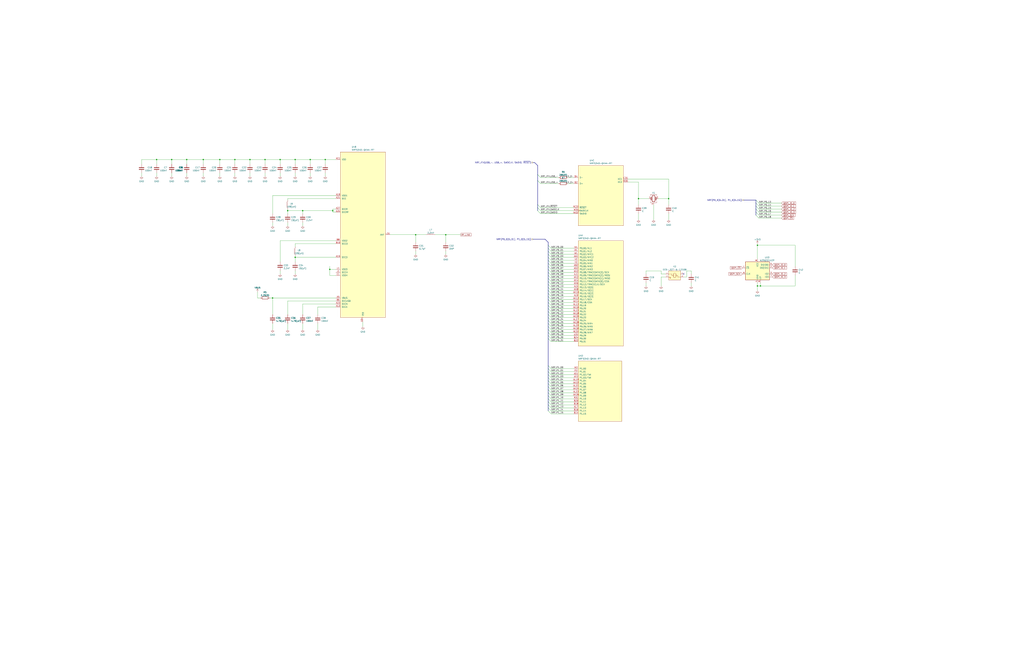
<source format=kicad_sch>
(kicad_sch (version 20230121) (generator eeschema)
  (paper "User" 863.6 558.8)
  (junction (at 261.62 134.62))
  (junction (at 538.48 167.64))
  (junction (at 563.88 167.64))
  (junction (at 641.35 241.3))
  (junction (at 248.92 217.17))
  (junction (at 638.81 241.3))
  (junction (at 280.67 177.8))
  (junction (at 350.52 198.12))
  (junction (at 210.82 134.62))
  (junction (at 248.92 134.62))
  (junction (at 638.81 207.01))
  (junction (at 144.78 134.62))
  (junction (at 198.12 134.62))
  (junction (at 157.48 134.62))
  (junction (at 185.42 134.62))
  (junction (at 274.32 134.62))
  (junction (at 236.22 134.62))
  (junction (at 255.27 177.8))
  (junction (at 223.52 134.62))
  (junction (at 278.13 227.33))
  (junction (at 229.87 251.46))
  (junction (at 242.57 177.8))
  (junction (at 375.92 198.12))
  (junction (at 171.45 134.62))
  (junction (at 132.08 134.62))
  (no_connect (at 576.58 231.14))
  (bus_entry (at 462.28 229.87) (size 2.54 2.54))
  (bus_entry (at 462.28 283.21) (size 2.54 2.54))
  (bus_entry (at 462.28 247.65) (size 2.54 2.54))
  (bus_entry (at 637.54 168.91) (size 2.54 2.54))
  (bus_entry (at 462.28 227.33) (size 2.54 2.54))
  (bus_entry (at 453.39 177.8) (size 2.54 2.54))
  (bus_entry (at 462.28 313.69) (size 2.54 2.54))
  (bus_entry (at 462.28 339.09) (size 2.54 2.54))
  (bus_entry (at 637.54 181.61) (size 2.54 2.54))
  (bus_entry (at 462.28 278.13) (size 2.54 2.54))
  (bus_entry (at 462.28 245.11) (size 2.54 2.54))
  (bus_entry (at 637.54 176.53) (size 2.54 2.54))
  (bus_entry (at 453.39 172.72) (size 2.54 2.54))
  (bus_entry (at 462.28 232.41) (size 2.54 2.54))
  (bus_entry (at 462.28 267.97) (size 2.54 2.54))
  (bus_entry (at 462.28 344.17) (size 2.54 2.54))
  (bus_entry (at 462.28 311.15) (size 2.54 2.54))
  (bus_entry (at 462.28 219.71) (size 2.54 2.54))
  (bus_entry (at 462.28 209.55) (size 2.54 2.54))
  (bus_entry (at 462.28 280.67) (size 2.54 2.54))
  (bus_entry (at 462.28 257.81) (size 2.54 2.54))
  (bus_entry (at 462.28 237.49) (size 2.54 2.54))
  (bus_entry (at 462.28 346.71) (size 2.54 2.54))
  (bus_entry (at 462.28 273.05) (size 2.54 2.54))
  (bus_entry (at 462.28 240.03) (size 2.54 2.54))
  (bus_entry (at 462.28 326.39) (size 2.54 2.54))
  (bus_entry (at 462.28 275.59) (size 2.54 2.54))
  (bus_entry (at 462.28 334.01) (size 2.54 2.54))
  (bus_entry (at 462.28 234.95) (size 2.54 2.54))
  (bus_entry (at 462.28 331.47) (size 2.54 2.54))
  (bus_entry (at 453.39 175.26) (size 2.54 2.54))
  (bus_entry (at 462.28 316.23) (size 2.54 2.54))
  (bus_entry (at 462.28 250.19) (size 2.54 2.54))
  (bus_entry (at 462.28 318.77) (size 2.54 2.54))
  (bus_entry (at 462.28 285.75) (size 2.54 2.54))
  (bus_entry (at 453.39 152.4) (size 2.54 2.54))
  (bus_entry (at 462.28 207.01) (size 2.54 2.54))
  (bus_entry (at 462.28 255.27) (size 2.54 2.54))
  (bus_entry (at 637.54 179.07) (size 2.54 2.54))
  (bus_entry (at 462.28 265.43) (size 2.54 2.54))
  (bus_entry (at 462.28 336.55) (size 2.54 2.54))
  (bus_entry (at 462.28 224.79) (size 2.54 2.54))
  (bus_entry (at 462.28 222.25) (size 2.54 2.54))
  (bus_entry (at 462.28 242.57) (size 2.54 2.54))
  (bus_entry (at 462.28 321.31) (size 2.54 2.54))
  (bus_entry (at 462.28 260.35) (size 2.54 2.54))
  (bus_entry (at 462.28 341.63) (size 2.54 2.54))
  (bus_entry (at 462.28 252.73) (size 2.54 2.54))
  (bus_entry (at 637.54 171.45) (size 2.54 2.54))
  (bus_entry (at 637.54 173.99) (size 2.54 2.54))
  (bus_entry (at 462.28 217.17) (size 2.54 2.54))
  (bus_entry (at 462.28 323.85) (size 2.54 2.54))
  (bus_entry (at 462.28 308.61) (size 2.54 2.54))
  (bus_entry (at 462.28 212.09) (size 2.54 2.54))
  (bus_entry (at 462.28 328.93) (size 2.54 2.54))
  (bus_entry (at 453.39 147.32) (size 2.54 2.54))
  (bus_entry (at 462.28 214.63) (size 2.54 2.54))
  (bus_entry (at 462.28 270.51) (size 2.54 2.54))
  (bus_entry (at 462.28 262.89) (size 2.54 2.54))
  (wire (pts (xy 640.08 176.53) (xy 659.13 176.53)))
  (wire (pts (xy 579.12 228.6) (xy 582.93 228.6)))
  (wire (pts (xy 641.35 241.3) (xy 638.81 241.3)))
  (wire (pts (xy 119.38 134.62) (xy 132.08 134.62)))
  (wire (pts (xy 464.82 209.55) (xy 483.87 209.55)))
  (wire (pts (xy 638.81 241.3) (xy 638.81 245.11)))
  (wire (pts (xy 248.92 134.62) (xy 236.22 134.62)))
  (bus (pts (xy 462.28 278.13) (xy 462.28 280.67)))
  (wire (pts (xy 464.82 222.25) (xy 483.87 222.25)))
  (wire (pts (xy 638.81 207.01) (xy 670.56 207.01)))
  (wire (pts (xy 278.13 224.79) (xy 278.13 227.33)))
  (wire (pts (xy 248.92 148.59) (xy 248.92 146.05)))
  (bus (pts (xy 462.28 250.19) (xy 462.28 252.73)))
  (wire (pts (xy 464.82 328.93) (xy 483.87 328.93)))
  (wire (pts (xy 464.82 288.29) (xy 483.87 288.29)))
  (wire (pts (xy 171.45 134.62) (xy 171.45 138.43)))
  (wire (pts (xy 557.53 231.14) (xy 557.53 228.6)))
  (bus (pts (xy 462.28 252.73) (xy 462.28 255.27)))
  (bus (pts (xy 453.39 175.26) (xy 453.39 177.8)))
  (wire (pts (xy 464.82 334.01) (xy 483.87 334.01)))
  (wire (pts (xy 248.92 217.17) (xy 283.21 217.17)))
  (wire (pts (xy 471.17 149.86) (xy 455.93 149.86)))
  (bus (pts (xy 462.28 326.39) (xy 462.28 328.93)))
  (wire (pts (xy 255.27 256.54) (xy 255.27 265.43)))
  (wire (pts (xy 242.57 167.64) (xy 283.21 167.64)))
  (wire (pts (xy 217.17 246.38) (xy 217.17 251.46)))
  (wire (pts (xy 229.87 180.34) (xy 229.87 165.1)))
  (wire (pts (xy 557.53 228.6) (xy 544.83 228.6)))
  (bus (pts (xy 462.28 339.09) (xy 462.28 341.63)))
  (wire (pts (xy 455.93 175.26) (xy 483.87 175.26)))
  (wire (pts (xy 236.22 148.59) (xy 236.22 146.05)))
  (wire (pts (xy 579.12 233.68) (xy 579.12 228.6)))
  (wire (pts (xy 464.82 323.85) (xy 483.87 323.85)))
  (wire (pts (xy 283.21 134.62) (xy 274.32 134.62)))
  (bus (pts (xy 462.28 318.77) (xy 462.28 321.31)))
  (wire (pts (xy 274.32 148.59) (xy 274.32 146.05)))
  (wire (pts (xy 350.52 198.12) (xy 350.52 204.47)))
  (wire (pts (xy 236.22 203.2) (xy 283.21 203.2)))
  (bus (pts (xy 462.28 267.97) (xy 462.28 270.51)))
  (wire (pts (xy 223.52 134.62) (xy 223.52 138.43)))
  (bus (pts (xy 462.28 242.57) (xy 462.28 245.11)))
  (bus (pts (xy 462.28 212.09) (xy 462.28 214.63)))
  (wire (pts (xy 464.82 229.87) (xy 483.87 229.87)))
  (wire (pts (xy 464.82 316.23) (xy 483.87 316.23)))
  (wire (pts (xy 464.82 278.13) (xy 483.87 278.13)))
  (wire (pts (xy 464.82 212.09) (xy 483.87 212.09)))
  (wire (pts (xy 283.21 251.46) (xy 229.87 251.46)))
  (wire (pts (xy 670.56 241.3) (xy 670.56 232.41)))
  (wire (pts (xy 267.97 265.43) (xy 267.97 259.08)))
  (wire (pts (xy 538.48 153.67) (xy 529.59 153.67)))
  (wire (pts (xy 283.21 205.74) (xy 248.92 205.74)))
  (wire (pts (xy 641.35 241.3) (xy 670.56 241.3)))
  (bus (pts (xy 637.54 179.07) (xy 637.54 181.61)))
  (bus (pts (xy 462.28 285.75) (xy 462.28 308.61)))
  (wire (pts (xy 157.48 148.59) (xy 157.48 146.05)))
  (wire (pts (xy 464.82 245.11) (xy 483.87 245.11)))
  (wire (pts (xy 229.87 187.96) (xy 229.87 190.5)))
  (wire (pts (xy 464.82 234.95) (xy 483.87 234.95)))
  (bus (pts (xy 462.28 273.05) (xy 462.28 275.59)))
  (wire (pts (xy 132.08 134.62) (xy 144.78 134.62)))
  (bus (pts (xy 462.28 234.95) (xy 462.28 237.49)))
  (bus (pts (xy 462.28 334.01) (xy 462.28 336.55)))
  (wire (pts (xy 464.82 280.67) (xy 483.87 280.67)))
  (bus (pts (xy 462.28 313.69) (xy 462.28 316.23)))
  (bus (pts (xy 462.28 207.01) (xy 462.28 209.55)))
  (wire (pts (xy 464.82 270.51) (xy 483.87 270.51)))
  (wire (pts (xy 464.82 227.33) (xy 483.87 227.33)))
  (wire (pts (xy 561.34 231.14) (xy 557.53 231.14)))
  (wire (pts (xy 464.82 237.49) (xy 483.87 237.49)))
  (bus (pts (xy 462.28 316.23) (xy 462.28 318.77)))
  (wire (pts (xy 638.81 238.76) (xy 638.81 241.3)))
  (wire (pts (xy 640.08 184.15) (xy 659.13 184.15)))
  (wire (pts (xy 210.82 134.62) (xy 210.82 138.43)))
  (wire (pts (xy 242.57 180.34) (xy 242.57 177.8)))
  (wire (pts (xy 464.82 240.03) (xy 483.87 240.03)))
  (wire (pts (xy 464.82 336.55) (xy 483.87 336.55)))
  (wire (pts (xy 464.82 283.21) (xy 483.87 283.21)))
  (wire (pts (xy 283.21 232.41) (xy 278.13 232.41)))
  (wire (pts (xy 223.52 134.62) (xy 210.82 134.62)))
  (bus (pts (xy 637.54 168.91) (xy 637.54 171.45)))
  (bus (pts (xy 462.28 275.59) (xy 462.28 278.13)))
  (wire (pts (xy 478.79 149.86) (xy 483.87 149.86)))
  (wire (pts (xy 132.08 134.62) (xy 132.08 138.43)))
  (bus (pts (xy 453.39 172.72) (xy 453.39 175.26)))
  (wire (pts (xy 261.62 134.62) (xy 248.92 134.62)))
  (wire (pts (xy 261.62 148.59) (xy 261.62 146.05)))
  (wire (pts (xy 157.48 134.62) (xy 171.45 134.62)))
  (bus (pts (xy 462.28 229.87) (xy 462.28 232.41)))
  (wire (pts (xy 283.21 254) (xy 242.57 254)))
  (bus (pts (xy 462.28 311.15) (xy 462.28 313.69)))
  (bus (pts (xy 462.28 328.93) (xy 462.28 331.47)))
  (wire (pts (xy 274.32 134.62) (xy 274.32 138.43)))
  (wire (pts (xy 229.87 273.05) (xy 229.87 278.13)))
  (wire (pts (xy 464.82 217.17) (xy 483.87 217.17)))
  (wire (pts (xy 464.82 265.43) (xy 483.87 265.43)))
  (bus (pts (xy 462.28 232.41) (xy 462.28 234.95)))
  (bus (pts (xy 462.28 237.49) (xy 462.28 240.03)))
  (wire (pts (xy 185.42 134.62) (xy 185.42 138.43)))
  (wire (pts (xy 464.82 321.31) (xy 483.87 321.31)))
  (wire (pts (xy 544.83 228.6) (xy 544.83 231.14)))
  (bus (pts (xy 462.28 308.61) (xy 462.28 311.15)))
  (wire (pts (xy 283.21 179.07) (xy 280.67 179.07)))
  (wire (pts (xy 464.82 339.09) (xy 483.87 339.09)))
  (wire (pts (xy 248.92 231.14) (xy 248.92 228.6)))
  (wire (pts (xy 283.21 256.54) (xy 255.27 256.54)))
  (bus (pts (xy 462.28 247.65) (xy 462.28 250.19)))
  (wire (pts (xy 464.82 242.57) (xy 483.87 242.57)))
  (bus (pts (xy 462.28 283.21) (xy 462.28 285.75)))
  (wire (pts (xy 171.45 134.62) (xy 185.42 134.62)))
  (wire (pts (xy 455.93 180.34) (xy 483.87 180.34)))
  (bus (pts (xy 462.28 265.43) (xy 462.28 267.97)))
  (wire (pts (xy 274.32 134.62) (xy 261.62 134.62)))
  (wire (pts (xy 455.93 177.8) (xy 483.87 177.8)))
  (wire (pts (xy 280.67 177.8) (xy 280.67 176.53)))
  (wire (pts (xy 670.56 207.01) (xy 670.56 224.79)))
  (wire (pts (xy 267.97 259.08) (xy 283.21 259.08)))
  (wire (pts (xy 261.62 134.62) (xy 261.62 138.43)))
  (wire (pts (xy 464.82 232.41) (xy 483.87 232.41)))
  (wire (pts (xy 638.81 207.01) (xy 638.81 218.44)))
  (bus (pts (xy 462.28 280.67) (xy 462.28 283.21)))
  (wire (pts (xy 464.82 260.35) (xy 483.87 260.35)))
  (wire (pts (xy 144.78 148.59) (xy 144.78 146.05)))
  (bus (pts (xy 462.28 323.85) (xy 462.28 326.39)))
  (wire (pts (xy 306.07 271.78) (xy 306.07 275.59)))
  (bus (pts (xy 462.28 321.31) (xy 462.28 323.85)))
  (bus (pts (xy 462.28 270.51) (xy 462.28 273.05)))
  (wire (pts (xy 464.82 318.77) (xy 483.87 318.77)))
  (wire (pts (xy 563.88 180.34) (xy 563.88 185.42)))
  (wire (pts (xy 375.92 212.09) (xy 375.92 214.63)))
  (wire (pts (xy 255.27 177.8) (xy 280.67 177.8)))
  (wire (pts (xy 198.12 134.62) (xy 185.42 134.62)))
  (wire (pts (xy 198.12 148.59) (xy 198.12 146.05)))
  (wire (pts (xy 198.12 134.62) (xy 198.12 138.43)))
  (bus (pts (xy 462.28 214.63) (xy 462.28 217.17)))
  (wire (pts (xy 464.82 311.15) (xy 483.87 311.15)))
  (wire (pts (xy 464.82 224.79) (xy 483.87 224.79)))
  (bus (pts (xy 453.39 152.4) (xy 453.39 172.72)))
  (wire (pts (xy 538.48 153.67) (xy 538.48 167.64)))
  (wire (pts (xy 242.57 177.8) (xy 255.27 177.8)))
  (wire (pts (xy 638.81 205.74) (xy 638.81 207.01)))
  (wire (pts (xy 464.82 326.39) (xy 483.87 326.39)))
  (wire (pts (xy 242.57 187.96) (xy 242.57 190.5)))
  (wire (pts (xy 582.93 238.76) (xy 582.93 241.3)))
  (wire (pts (xy 278.13 232.41) (xy 278.13 227.33)))
  (wire (pts (xy 229.87 251.46) (xy 229.87 265.43)))
  (wire (pts (xy 248.92 134.62) (xy 248.92 138.43)))
  (wire (pts (xy 248.92 205.74) (xy 248.92 208.28)))
  (wire (pts (xy 640.08 179.07) (xy 659.13 179.07)))
  (wire (pts (xy 551.18 172.72) (xy 551.18 185.42)))
  (wire (pts (xy 217.17 251.46) (xy 219.71 251.46)))
  (wire (pts (xy 464.82 219.71) (xy 483.87 219.71)))
  (bus (pts (xy 450.85 137.16) (xy 453.39 139.7)))
  (wire (pts (xy 640.08 171.45) (xy 659.13 171.45)))
  (wire (pts (xy 248.92 220.98) (xy 248.92 217.17)))
  (wire (pts (xy 229.87 165.1) (xy 283.21 165.1)))
  (wire (pts (xy 236.22 134.62) (xy 223.52 134.62)))
  (wire (pts (xy 464.82 214.63) (xy 483.87 214.63)))
  (wire (pts (xy 538.48 167.64) (xy 538.48 172.72)))
  (bus (pts (xy 462.28 344.17) (xy 462.28 346.71)))
  (wire (pts (xy 367.03 198.12) (xy 375.92 198.12)))
  (wire (pts (xy 464.82 255.27) (xy 483.87 255.27)))
  (wire (pts (xy 557.53 233.68) (xy 561.34 233.68)))
  (bus (pts (xy 453.39 147.32) (xy 453.39 152.4)))
  (bus (pts (xy 462.28 240.03) (xy 462.28 242.57)))
  (wire (pts (xy 255.27 177.8) (xy 255.27 180.34)))
  (wire (pts (xy 242.57 273.05) (xy 242.57 278.13)))
  (bus (pts (xy 453.39 139.7) (xy 453.39 147.32)))
  (wire (pts (xy 582.93 228.6) (xy 582.93 231.14)))
  (wire (pts (xy 242.57 254) (xy 242.57 265.43)))
  (wire (pts (xy 280.67 179.07) (xy 280.67 177.8)))
  (wire (pts (xy 242.57 176.53) (xy 242.57 177.8)))
  (wire (pts (xy 280.67 176.53) (xy 283.21 176.53)))
  (bus (pts (xy 462.28 219.71) (xy 462.28 222.25)))
  (wire (pts (xy 464.82 252.73) (xy 483.87 252.73)))
  (wire (pts (xy 464.82 275.59) (xy 483.87 275.59)))
  (bus (pts (xy 462.28 336.55) (xy 462.28 339.09)))
  (wire (pts (xy 210.82 148.59) (xy 210.82 146.05)))
  (wire (pts (xy 464.82 250.19) (xy 483.87 250.19)))
  (wire (pts (xy 248.92 215.9) (xy 248.92 217.17)))
  (wire (pts (xy 554.99 167.64) (xy 563.88 167.64)))
  (wire (pts (xy 464.82 285.75) (xy 483.87 285.75)))
  (wire (pts (xy 464.82 346.71) (xy 483.87 346.71)))
  (wire (pts (xy 563.88 151.13) (xy 563.88 167.64)))
  (wire (pts (xy 464.82 344.17) (xy 483.87 344.17)))
  (bus (pts (xy 637.54 171.45) (xy 637.54 173.99)))
  (wire (pts (xy 563.88 167.64) (xy 563.88 172.72)))
  (wire (pts (xy 529.59 151.13) (xy 563.88 151.13)))
  (bus (pts (xy 462.28 341.63) (xy 462.28 344.17)))
  (wire (pts (xy 640.08 181.61) (xy 659.13 181.61)))
  (wire (pts (xy 171.45 148.59) (xy 171.45 146.05)))
  (bus (pts (xy 462.28 217.17) (xy 462.28 219.71)))
  (bus (pts (xy 462.28 331.47) (xy 462.28 334.01)))
  (wire (pts (xy 242.57 167.64) (xy 242.57 168.91)))
  (wire (pts (xy 576.58 233.68) (xy 579.12 233.68)))
  (wire (pts (xy 544.83 238.76) (xy 544.83 241.3)))
  (wire (pts (xy 227.33 251.46) (xy 229.87 251.46)))
  (wire (pts (xy 119.38 134.62) (xy 119.38 138.43)))
  (bus (pts (xy 462.28 257.81) (xy 462.28 260.35)))
  (wire (pts (xy 157.48 134.62) (xy 157.48 138.43)))
  (wire (pts (xy 375.92 198.12) (xy 388.62 198.12)))
  (bus (pts (xy 449.58 137.16) (xy 450.85 137.16)))
  (wire (pts (xy 267.97 273.05) (xy 267.97 278.13)))
  (wire (pts (xy 350.52 212.09) (xy 350.52 214.63)))
  (wire (pts (xy 236.22 203.2) (xy 236.22 220.98)))
  (wire (pts (xy 359.41 198.12) (xy 350.52 198.12)))
  (wire (pts (xy 464.82 247.65) (xy 483.87 247.65)))
  (wire (pts (xy 464.82 349.25) (xy 483.87 349.25)))
  (wire (pts (xy 255.27 187.96) (xy 255.27 190.5)))
  (wire (pts (xy 538.48 180.34) (xy 538.48 185.42)))
  (wire (pts (xy 464.82 331.47) (xy 483.87 331.47)))
  (wire (pts (xy 144.78 134.62) (xy 157.48 134.62)))
  (wire (pts (xy 464.82 341.63) (xy 483.87 341.63)))
  (bus (pts (xy 462.28 260.35) (xy 462.28 262.89)))
  (bus (pts (xy 462.28 204.47) (xy 462.28 207.01)))
  (bus (pts (xy 462.28 255.27) (xy 462.28 257.81)))
  (wire (pts (xy 236.22 231.14) (xy 236.22 228.6)))
  (bus (pts (xy 637.54 176.53) (xy 637.54 179.07)))
  (wire (pts (xy 132.08 148.59) (xy 132.08 146.05)))
  (wire (pts (xy 328.93 198.12) (xy 350.52 198.12)))
  (wire (pts (xy 119.38 148.59) (xy 119.38 146.05)))
  (wire (pts (xy 640.08 173.99) (xy 659.13 173.99)))
  (bus (pts (xy 449.58 201.93) (xy 459.74 201.93)))
  (bus (pts (xy 627.38 168.91) (xy 637.54 168.91)))
  (wire (pts (xy 455.93 154.94) (xy 471.17 154.94)))
  (wire (pts (xy 464.82 267.97) (xy 483.87 267.97)))
  (wire (pts (xy 557.53 241.3) (xy 557.53 233.68)))
  (wire (pts (xy 223.52 148.59) (xy 223.52 146.05)))
  (bus (pts (xy 462.28 227.33) (xy 462.28 229.87)))
  (wire (pts (xy 538.48 167.64) (xy 547.37 167.64)))
  (wire (pts (xy 236.22 134.62) (xy 236.22 138.43)))
  (wire (pts (xy 278.13 227.33) (xy 283.21 227.33)))
  (bus (pts (xy 459.74 201.93) (xy 462.28 204.47)))
  (wire (pts (xy 464.82 313.69) (xy 483.87 313.69)))
  (wire (pts (xy 255.27 273.05) (xy 255.27 278.13)))
  (wire (pts (xy 464.82 257.81) (xy 483.87 257.81)))
  (wire (pts (xy 210.82 134.62) (xy 198.12 134.62)))
  (wire (pts (xy 144.78 134.62) (xy 144.78 138.43)))
  (bus (pts (xy 637.54 173.99) (xy 637.54 176.53)))
  (bus (pts (xy 462.28 262.89) (xy 462.28 265.43)))
  (wire (pts (xy 375.92 198.12) (xy 375.92 204.47)))
  (bus (pts (xy 462.28 209.55) (xy 462.28 212.09)))
  (bus (pts (xy 462.28 224.79) (xy 462.28 227.33)))
  (wire (pts (xy 478.79 154.94) (xy 483.87 154.94)))
  (bus (pts (xy 462.28 222.25) (xy 462.28 224.79)))
  (wire (pts (xy 464.82 262.89) (xy 483.87 262.89)))
  (wire (pts (xy 185.42 148.59) (xy 185.42 146.05)))
  (wire (pts (xy 464.82 273.05) (xy 483.87 273.05)))
  (bus (pts (xy 462.28 245.11) (xy 462.28 247.65)))
  (wire (pts (xy 641.35 238.76) (xy 641.35 241.3)))
  (label "nrf_D-" (at 483.87 149.86 180))
  (label "NRF.P0_25" (at 464.82 273.05 0))
  (label "NRF.P1_04" (at 464.82 321.31 0))
  (label "NRF.P0_09" (at 464.82 232.41 0))
  (label "NRF.P0_02" (at 464.82 214.63 0))
  (label "NRF.P0_07" (at 464.82 227.33 0))
  (label "NRF.P0_18" (at 640.08 184.15 0))
  (label "NRF.P1_09" (at 464.82 334.01 0))
  (label "NRF.P0_31" (at 464.82 288.29 0))
  (label "NRF.P1_07" (at 464.82 328.93 0))
  (label "NRF.P0_26" (at 464.82 275.59 0))
  (label "NRF.P1_12" (at 464.82 341.63 0))
  (label "NRF.P0_14" (at 464.82 245.11 0))
  (label "NRF.P0_28" (at 464.82 280.67 0))
  (label "NRF.P0_24" (at 464.82 270.51 0))
  (label "NRF.P0_16" (at 464.82 250.19 0))
  (label "NRF.P1_00" (at 464.82 311.15 0))
  (label "NRF.P0_22" (at 464.82 265.43 0))
  (label "NRF.P0_17" (at 640.08 181.61 0))
  (label "NRF.P0_23" (at 464.82 267.97 0))
  (label "NRF.P0_04" (at 464.82 219.71 0))
  (label "NRF.P0_19" (at 464.82 257.81 0))
  (label "NRF.P0_03" (at 464.82 217.17 0))
  (label "NRF.P1_14" (at 464.82 346.71 0))
  (label "NRF.P1_05" (at 464.82 323.85 0))
  (label "NRF.P0_15" (at 464.82 247.65 0))
  (label "NRF.P1_13" (at 464.82 344.17 0))
  (label "NRF.P1_11" (at 464.82 339.09 0))
  (label "NRF_IFX.SWDCLK" (at 455.93 177.8 0))
  (label "NRF.P1_02" (at 464.82 316.23 0))
  (label "NRF.P0_20" (at 464.82 260.35 0))
  (label "NRF.P0_18" (at 464.82 255.27 0))
  (label "NRF.P0_05" (at 464.82 222.25 0))
  (label "NRF.P0_13" (at 640.08 171.45 0))
  (label "NRF.P0_01" (at 464.82 212.09 0))
  (label "NRF_IFX.USB_+" (at 455.93 154.94 0))
  (label "NRF.P1_03" (at 464.82 318.77 0))
  (label "NRF_IFX.SWDIO" (at 455.93 180.34 0))
  (label "NRF.P0_27" (at 464.82 278.13 0))
  (label "NRF.P1_08" (at 464.82 331.47 0))
  (label "NRF.P0_00" (at 464.82 209.55 0))
  (label "NRF.P1_15" (at 464.82 349.25 0))
  (label "NRF.P0_11" (at 464.82 237.49 0))
  (label "NRF.P0_21" (at 464.82 262.89 0))
  (label "nrf_D+" (at 483.87 154.94 180))
  (label "NRF.P1_01" (at 464.82 313.69 0))
  (label "NRF_IFX.USB_-" (at 455.93 149.86 0))
  (label "NRF.P0_08" (at 464.82 229.87 0))
  (label "NRF.P0_30" (at 464.82 285.75 0))
  (label "NRF.P0_15" (at 640.08 176.53 0))
  (label "NRF.P0_29" (at 464.82 283.21 0))
  (label "NRF.P0_16" (at 640.08 179.07 0))
  (label "NRF.P0_14" (at 640.08 173.99 0))
  (label "NRF.P1_10" (at 464.82 336.55 0))
  (label "NRF.P0_13" (at 464.82 242.57 0))
  (label "NRF.P0_12" (at 464.82 240.03 0))
  (label "NRF.P0_17" (at 464.82 252.73 0))
  (label "NRF.P0_06" (at 464.82 224.79 0))
  (label "NRF.P1_06" (at 464.82 326.39 0))
  (label "NRF_IFX.~{RESET}" (at 455.93 175.26 0))
  (label "NRF.P0_10" (at 464.82 234.95 0))
  (global_label "QSPI_IO_2" (shape input) (at 651.51 231.14 0) (property "Intersheetrefs" "${INTERSHEET_REFS}" (effects hide)))
  (global_label "QSPI_~{CS}" (shape input) (at 626.11 226.06 180) (property "Intersheetrefs" "${INTERSHEET_REFS}" (effects hide)))
  (global_label "QSPI_~{CS}" (shape input) (at 659.13 184.15 0) (property "Intersheetrefs" "${INTERSHEET_REFS}" (effects hide)))
  (global_label "QSPI_SCK" (shape input) (at 626.11 231.14 180) (property "Intersheetrefs" "${INTERSHEET_REFS}" (effects hide)))
  (global_label "RF_LINE" (shape passive) (at 388.62 198.12 0) (property "Intersheetrefs" "${INTERSHEET_REFS}" (effects hide)))
  (global_label "QSPI_IO_0" (shape input) (at 651.51 223.52 0) (property "Intersheetrefs" "${INTERSHEET_REFS}" (effects hide)))
  (global_label "QSPI_IO_1" (shape input) (at 651.51 226.06 0) (property "Intersheetrefs" "${INTERSHEET_REFS}" (effects hide)))
  (global_label "QSPI_IO_0" (shape input) (at 659.13 171.45 0) (property "Intersheetrefs" "${INTERSHEET_REFS}" (effects hide)))
  (global_label "QSPI_IO_3" (shape input) (at 659.13 179.07 0) (property "Intersheetrefs" "${INTERSHEET_REFS}" (effects hide)))
  (global_label "QSPI_SCK" (shape input) (at 659.13 181.61 0) (property "Intersheetrefs" "${INTERSHEET_REFS}" (effects hide)))
  (global_label "QSPI_IO_2" (shape input) (at 659.13 176.53 0) (property "Intersheetrefs" "${INTERSHEET_REFS}" (effects hide)))
  (global_label "QSPI_IO_3" (shape input) (at 651.51 233.68 0) (property "Intersheetrefs" "${INTERSHEET_REFS}" (effects hide)))
  (global_label "QSPI_IO_1" (shape input) (at 659.13 173.99 0) (property "Intersheetrefs" "${INTERSHEET_REFS}" (effects hide)))
  (hierarchical_label "NRF{P0_0[0..31], P1_0[0..15]}" (shape bidirectional) (at 627.38 168.91 180))
  (hierarchical_label "NRF_IFX{USB_-, USB_+, SWDCLK, SWDIO, ~{RESET}}" (shape bidirectional) (at 449.58 137.16 180))
  (hierarchical_label "NRF{P0_0[0..31], P1_0[0..15]}" (shape bidirectional) (at 449.58 201.93 180))
  (symbol (lib_id "Device:C") (at 171.45 142.24 0) (mirror y) (unit 1)
    (property "Reference" "C17" (at 168.529 141.4053 0) (effects (justify left)))
    (property "Value" "100nF" (at 168.529 143.9422 0) (effects (justify left)))
    (property "Footprint" "Capacitor_SMD:C_0201_0603Metric" (effects hide))
  )
  (symbol (lib_id "4ms_Power-symbol:GND") (at 229.87 190.5 0) (unit 1)
    (property "Reference" "#PWR0139" (effects hide))
    (property "Value" "GND" (at 229.87 194.9434 0))
  )
  (symbol (lib_id "Device:R") (at 223.52 251.46 90) (unit 1)
    (property "Reference" "R5" (at 223.52 246.7442 90))
    (property "Value" "2.2${R}" (at 223.52 249.2811 90))
    (property "Footprint" "Resistor_SMD:R_0402_1005Metric" (effects hide))
  )
  (symbol (lib_name "NRF5340-QKAA-R7_1") (lib_id "1.Embedded.Specialized:NRF5340-QKAA-R7") (at 487.68 304.8 0) (unit 4)
    (property "Reference" "U4" (at 487.68 300.99 0) (effects (justify left bottom)))
    (property "Value" "NRF5340-QKAA-R7" (at 487.68 303.5269 0) (effects (justify left bottom)))
    (property "Footprint" "0:NRF5340-QKAA-R7" (effects hide))
    (property "Datasheet" "https://infocenter.nordicsemi.com/pdf/nRF5340_PS_v1.2.pdf" (effects hide))
  )
  (symbol (lib_id "4ms_Power-symbol:GND") (at 551.18 185.42 0) (unit 1)
    (property "Reference" "#PWR0128" (effects hide))
    (property "Value" "GND" (at 551.18 189.8634 0))
  )
  (symbol (lib_id "Device:L") (at 242.57 172.72 180) (unit 1)
    (property "Reference" "L6" (at 245.8244 171.8853 0))
    (property "Value" "10${uh}" (at 245.8244 174.4222 0))
    (property "Footprint" "Inductor_SMD:L_0603_1608Metric" (effects hide))
  )
  (symbol (lib_id "4ms_Power-symbol:GND") (at 132.08 148.59 0) (mirror y) (unit 1)
    (property "Reference" "#PWR0193" (effects hide))
    (property "Value" "GND" (at 132.08 153.0334 0))
  )
  (symbol (lib_id "4ms_Power-symbol:GND") (at 261.62 148.59 0) (mirror y) (unit 1)
    (property "Reference" "#PWR0140" (effects hide))
    (property "Value" "GND" (at 261.62 153.0334 0))
  )
  (symbol (lib_id "Device:C") (at 538.48 176.53 0) (unit 1)
    (property "Reference" "C39" (at 541.401 175.6953 0) (effects (justify left)))
    (property "Value" "C" (at 541.401 178.2322 0) (effects (justify left)))
    (property "Footprint" "Capacitor_SMD:C_0201_0603Metric" (effects hide))
  )
  (symbol (lib_id "Device:C") (at 223.52 142.24 0) (mirror y) (unit 1)
    (property "Reference" "C23" (at 220.599 141.4053 0) (effects (justify left)))
    (property "Value" "100nF" (at 220.599 143.9422 0) (effects (justify left)))
    (property "Footprint" "Capacitor_SMD:C_0201_0603Metric" (effects hide))
  )
  (symbol (lib_name "NRF5340-QKAA-R7_3") (lib_id "1.Embedded.Specialized:NRF5340-QKAA-R7") (at 487.68 139.7 0) (unit 3)
    (property "Reference" "U4" (at 497.1861 136.1272 0) (effects (justify left bottom)))
    (property "Value" "NRF5340-QKAA-R7" (at 497.1861 138.6641 0) (effects (justify left bottom)))
    (property "Footprint" "0:NRF5340-QKAA-R7" (effects hide))
    (property "Datasheet" "https://infocenter.nordicsemi.com/pdf/nRF5340_PS_v1.2.pdf" (effects hide))
  )
  (symbol (lib_id "Device:C") (at 242.57 184.15 0) (unit 1)
    (property "Reference" "C29" (at 245.491 183.3153 0) (effects (justify left)))
    (property "Value" "1${uF}" (at 245.491 185.8522 0) (effects (justify left)))
    (property "Footprint" "Capacitor_SMD:C_0402_1005Metric" (effects hide))
  )
  (symbol (lib_id "1.Logic.Oscillators_Resonators:32MHz-ECS-320-8-37B2-7KM-TR") (at 551.18 167.64 0) (unit 1)
    (property "Reference" "Y1" (at 549.9516 162.7942 0) (effects (justify left)))
    (property "Value" "32MHz-ECS-320-8-37B2-7KM-TR" (effects hide))
    (property "Footprint" "1.Logic.Oscillators_Resonators:32MHz-ECS-320-8-37B2-7KM-TR" (effects hide))
    (property "Datasheet" "https://ecsxtal.com/store/pdf/ECX-1637B2.pdf" (effects hide))
  )
  (symbol (lib_id "Device:C") (at 375.92 208.28 0) (unit 1)
    (property "Reference" "C32" (at 378.841 207.4453 0) (effects (justify left)))
    (property "Value" "DNP" (at 378.841 209.9822 0) (effects (justify left)))
    (property "Footprint" "Capacitor_SMD:C_0201_0603Metric" (effects hide))
  )
  (symbol (lib_id "4ms_Power-symbol:GND") (at 563.88 185.42 0) (unit 1)
    (property "Reference" "#PWR0126" (effects hide))
    (property "Value" "GND" (at 563.88 189.8634 0))
  )
  (symbol (lib_id "Device:C") (at 261.62 142.24 0) (mirror y) (unit 1)
    (property "Reference" "C26" (at 258.699 141.4053 0) (effects (justify left)))
    (property "Value" "100nF" (at 258.699 143.9422 0) (effects (justify left)))
    (property "Footprint" "Capacitor_SMD:C_0201_0603Metric" (effects hide))
  )
  (symbol (lib_id "4ms_Power-symbol:GND") (at 306.07 275.59 0) (unit 1)
    (property "Reference" "#PWR0132" (effects hide))
    (property "Value" "GND" (at 306.07 280.0334 0))
  )
  (symbol (lib_id "Device:C") (at 229.87 269.24 0) (unit 1)
    (property "Reference" "C35" (at 232.791 268.4053 0) (effects (justify left)))
    (property "Value" "4.7${uF}" (at 232.791 270.9422 0) (effects (justify left)))
    (property "Footprint" "Capacitor_SMD:C_0402_1005Metric" (effects hide))
  )
  (symbol (lib_id "4ms_Power-symbol:GND") (at 248.92 148.59 0) (mirror y) (unit 1)
    (property "Reference" "#PWR0150" (effects hide))
    (property "Value" "GND" (at 248.92 153.0334 0))
  )
  (symbol (lib_id "4ms_Power-symbol:GND") (at 185.42 148.59 0) (mirror y) (unit 1)
    (property "Reference" "#PWR0130" (effects hide))
    (property "Value" "GND" (at 185.42 153.0334 0))
  )
  (symbol (lib_id "4ms_Power-symbol:GND") (at 538.48 185.42 0) (unit 1)
    (property "Reference" "#PWR0127" (effects hide))
    (property "Value" "GND" (at 538.48 189.8634 0))
  )
  (symbol (lib_id "Device:C") (at 563.88 176.53 0) (unit 1)
    (property "Reference" "C40" (at 566.801 175.6953 0) (effects (justify left)))
    (property "Value" "C" (at 566.801 178.2322 0) (effects (justify left)))
    (property "Footprint" "Capacitor_SMD:C_0201_0603Metric" (effects hide))
  )
  (symbol (lib_id "Device:C") (at 119.38 142.24 0) (mirror y) (unit 1)
    (property "Reference" "C18" (at 128.326 141.4053 0) (effects (justify left)))
    (property "Value" "100nF" (at 128.326 143.9422 0) (effects (justify left)))
    (property "Footprint" "Capacitor_SMD:C_0201_0603Metric" (effects hide))
  )
  (symbol (lib_id "4ms_Power-symbol:GND") (at 223.52 148.59 0) (mirror y) (unit 1)
    (property "Reference" "#PWR0146" (effects hide))
    (property "Value" "GND" (at 223.52 153.0334 0))
  )
  (symbol (lib_id "4ms_Power-symbol:GND") (at 198.12 148.59 0) (mirror y) (unit 1)
    (property "Reference" "#PWR0131" (effects hide))
    (property "Value" "GND" (at 198.12 153.0334 0))
  )
  (symbol (lib_id "4ms_Power-symbol:GND") (at 236.22 231.14 0) (unit 1)
    (property "Reference" "#PWR0144" (effects hide))
    (property "Value" "GND" (at 236.22 235.5834 0))
  )
  (symbol (lib_id "4ms_Power-symbol:GND") (at 242.57 278.13 0) (unit 1)
    (property "Reference" "#PWR0142" (effects hide))
    (property "Value" "GND" (at 242.57 282.5734 0))
  )
  (symbol (lib_id "Device:C") (at 157.48 142.24 0) (mirror y) (unit 1)
    (property "Reference" "C16" (at 154.559 141.4053 0) (effects (justify left)))
    (property "Value" "100nF" (at 154.559 143.9422 0) (effects (justify left)))
    (property "Footprint" "Capacitor_SMD:C_0201_0603Metric" (effects hide))
  )
  (symbol (lib_id "4ms_Power-symbol:GND") (at 255.27 278.13 0) (unit 1)
    (property "Reference" "#PWR0145" (effects hide))
    (property "Value" "GND" (at 255.27 282.5734 0))
  )
  (symbol (lib_id "Device:C") (at 255.27 184.15 0) (unit 1)
    (property "Reference" "C30" (at 258.191 183.3153 0) (effects (justify left)))
    (property "Value" "2.2nF" (at 258.191 185.8522 0) (effects (justify left)))
    (property "Footprint" "Capacitor_SMD:C_0201_0603Metric" (effects hide))
  )
  (symbol (lib_id "4ms_Power-symbol:GND") (at 582.93 241.3 0) (unit 1)
    (property "Reference" "#PWR0195" (effects hide))
    (property "Value" "GND" (at 582.93 245.7434 0))
  )
  (symbol (lib_id "power:VBUS") (at 217.17 246.38 0) (unit 1)
    (property "Reference" "#PWR0137" (effects hide))
    (property "Value" "VBUS" (at 217.17 242.8042 0))
  )
  (symbol (lib_id "0.Project:ECS-.327-6-1210B") (at 563.88 231.14 0) (unit 1)
    (property "Reference" "Y2" (at 568.96 225.0272 0))
    (property "Value" "ECS-.327-6-1210B" (at 568.96 227.5641 0))
    (property "Footprint" "0:ECS-327-6-1210B-N-TR" (effects hide))
    (property "Datasheet" "https://ecsxtal.com/store/pdf/ECX-1210B.pdf" (effects hide))
  )
  (symbol (lib_id "Device:C") (at 229.87 184.15 0) (unit 1)
    (property "Reference" "C28" (at 232.791 183.3153 0) (effects (justify left)))
    (property "Value" "1${uF}" (at 232.791 185.8522 0) (effects (justify left)))
    (property "Footprint" "Capacitor_SMD:C_0402_1005Metric" (effects hide))
  )
  (symbol (lib_id "4ms_Power-symbol:GND") (at 375.92 214.63 0) (unit 1)
    (property "Reference" "#PWR0133" (effects hide))
    (property "Value" "GND" (at 375.92 219.0734 0))
  )
  (symbol (lib_id "4ms_Power-symbol:GND") (at 210.82 148.59 0) (mirror y) (unit 1)
    (property "Reference" "#PWR0129" (effects hide))
    (property "Value" "GND" (at 210.82 153.0334 0))
  )
  (symbol (lib_id "Device:C") (at 185.42 142.24 0) (mirror y) (unit 1)
    (property "Reference" "C20" (at 182.499 141.4053 0) (effects (justify left)))
    (property "Value" "100nF" (at 182.499 143.9422 0) (effects (justify left)))
    (property "Footprint" "Capacitor_SMD:C_0201_0603Metric" (effects hide))
  )
  (symbol (lib_id "Device:C") (at 236.22 224.79 0) (unit 1)
    (property "Reference" "C33" (at 239.141 223.9553 0) (effects (justify left)))
    (property "Value" "2.2nF" (at 239.141 226.4922 0) (effects (justify left)))
    (property "Footprint" "Capacitor_SMD:C_0201_0603Metric" (effects hide))
  )
  (symbol (lib_id "Device:C") (at 267.97 269.24 0) (unit 1)
    (property "Reference" "C38" (at 270.891 268.4053 0) (effects (justify left)))
    (property "Value" "100nF" (at 270.891 270.9422 0) (effects (justify left)))
    (property "Footprint" "Capacitor_SMD:C_0201_0603Metric" (effects hide))
  )
  (symbol (lib_id "4ms_Power-symbol:GND") (at 274.32 148.59 0) (mirror y) (unit 1)
    (property "Reference" "#PWR0149" (effects hide))
    (property "Value" "GND" (at 274.32 153.0334 0))
  )
  (symbol (lib_id "4ms_Power-symbol:GND") (at 236.22 148.59 0) (mirror y) (unit 1)
    (property "Reference" "#PWR0148" (effects hide))
    (property "Value" "GND" (at 236.22 153.0334 0))
  )
  (symbol (lib_id "Device:L") (at 248.92 212.09 180) (unit 1)
    (property "Reference" "L8" (at 252.1744 211.2553 0))
    (property "Value" "10${uh}" (at 252.1744 213.7922 0))
    (property "Footprint" "Inductor_SMD:L_0603_1608Metric" (effects hide))
  )
  (symbol (lib_id "4ms_Power-symbol:GND") (at 557.53 241.3 0) (unit 1)
    (property "Reference" "#PWR0197" (effects hide))
    (property "Value" "GND" (at 557.53 245.7434 0))
  )
  (symbol (lib_id "Device:L") (at 363.22 198.12 90) (unit 1)
    (property "Reference" "L7" (at 363.22 193.9122 90))
    (property "Value" "2.2nH" (at 363.22 196.4491 90))
    (property "Footprint" "Inductor_SMD:L_0402_1005Metric" (effects hide))
  )
  (symbol (lib_id "Device:C") (at 350.52 208.28 0) (unit 1)
    (property "Reference" "C31" (at 353.441 207.4453 0) (effects (justify left)))
    (property "Value" "0.7pF" (at 353.441 209.9822 0) (effects (justify left)))
    (property "Footprint" "Capacitor_SMD:C_0201_0603Metric" (effects hide))
  )
  (symbol (lib_id "Device:C") (at 274.32 142.24 0) (mirror y) (unit 1)
    (property "Reference" "C27" (at 271.399 141.4053 0) (effects (justify left)))
    (property "Value" "100nF" (at 271.399 143.9422 0) (effects (justify left)))
    (property "Footprint" "Capacitor_SMD:C_0201_0603Metric" (effects hide))
  )
  (symbol (lib_id "4ms_Power-symbol:GND") (at 171.45 148.59 0) (mirror y) (unit 1)
    (property "Reference" "#PWR0172" (effects hide))
    (property "Value" "GND" (at 171.45 153.0334 0))
  )
  (symbol (lib_id "Device:C") (at 132.08 142.24 0) (mirror y) (unit 1)
    (property "Reference" "C7" (at 141.026 141.4053 0) (effects (justify left)))
    (property "Value" "100nF" (at 141.026 143.9422 0) (effects (justify left)))
    (property "Footprint" "Capacitor_SMD:C_0201_0603Metric" (effects hide))
  )
  (symbol (lib_id "4ms_Power-symbol:GND") (at 229.87 278.13 0) (unit 1)
    (property "Reference" "#PWR0141" (effects hide))
    (property "Value" "GND" (at 229.87 282.5734 0))
  )
  (symbol (lib_id "Device:R") (at 474.98 154.94 90) (unit 1)
    (property "Reference" "R7" (at 474.98 150.2242 90))
    (property "Value" "28${R}" (at 474.98 152.7611 90))
    (property "Footprint" "Resistor_SMD:R_0201_0603Metric" (effects hide))
  )
  (symbol (lib_id "Device:C") (at 670.56 228.6 0) (unit 1)
    (property "Reference" "C42" (at 673.481 227.7653 0) (effects (justify left)))
    (property "Value" "C" (at 673.481 230.3022 0) (effects (justify left)))
    (property "Footprint" "Capacitor_SMD:C_0402_1005Metric" (effects hide))
  )
  (symbol (lib_id "4ms_Power-symbol:GND") (at 350.52 214.63 0) (unit 1)
    (property "Reference" "#PWR0134" (effects hide))
    (property "Value" "GND" (at 350.52 219.0734 0))
  )
  (symbol (lib_id "4ms_Power-symbol:GND") (at 242.57 190.5 0) (unit 1)
    (property "Reference" "#PWR0136" (effects hide))
    (property "Value" "GND" (at 242.57 194.9434 0))
  )
  (symbol (lib_id "Device:C") (at 198.12 142.24 0) (mirror y) (unit 1)
    (property "Reference" "C21" (at 195.199 141.4053 0) (effects (justify left)))
    (property "Value" "100nF" (at 195.199 143.9422 0) (effects (justify left)))
    (property "Footprint" "Capacitor_SMD:C_0201_0603Metric" (effects hide))
  )
  (symbol (lib_id "4ms_Power-symbol:GND") (at 267.97 278.13 0) (unit 1)
    (property "Reference" "#PWR0143" (effects hide))
    (property "Value" "GND" (at 267.97 282.5734 0))
  )
  (symbol (lib_id "4ms_Power-symbol:GND") (at 157.48 148.59 0) (mirror y) (unit 1)
    (property "Reference" "#PWR0174" (effects hide))
    (property "Value" "GND" (at 157.48 153.0334 0))
  )
  (symbol (lib_id "Device:C") (at 144.78 142.24 0) (mirror y) (unit 1)
    (property "Reference" "C8" (at 153.726 141.4053 0) (effects (justify left)))
    (property "Value" "100nF" (at 153.726 143.9422 0) (effects (justify left)))
    (property "Footprint" "Capacitor_SMD:C_0201_0603Metric" (effects hide))
  )
  (symbol (lib_id "Device:R") (at 474.98 149.86 90) (unit 1)
    (property "Reference" "R6" (at 474.98 145.1442 90))
    (property "Value" "28${R}" (at 474.98 147.6811 90))
    (property "Footprint" "Resistor_SMD:R_0201_0603Metric" (effects hide))
  )
  (symbol (lib_id "Device:C") (at 255.27 269.24 0) (unit 1)
    (property "Reference" "C37" (at 258.191 268.4053 0) (effects (justify left)))
    (property "Value" "100nF" (at 258.191 270.9422 0) (effects (justify left)))
    (property "Footprint" "Capacitor_SMD:C_0201_0603Metric" (effects hide))
  )
  (symbol (lib_id "4ms_Power-symbol:GND") (at 544.83 241.3 0) (unit 1)
    (property "Reference" "#PWR0196" (effects hide))
    (property "Value" "GND" (at 544.83 245.7434 0))
  )
  (symbol (lib_id "Device:C") (at 544.83 234.95 0) (unit 1)
    (property "Reference" "C19" (at 547.751 234.1153 0) (effects (justify left)))
    (property "Value" "C" (at 547.751 236.6522 0) (effects (justify left)))
    (property "Footprint" "Capacitor_SMD:C_0201_0603Metric" (effects hide))
  )
  (symbol (lib_id "Device:C") (at 248.92 224.79 0) (unit 1)
    (property "Reference" "C34" (at 251.841 223.9553 0) (effects (justify left)))
    (property "Value" "1${uF}" (at 251.841 226.4922 0) (effects (justify left)))
    (property "Footprint" "Capacitor_SMD:C_0402_1005Metric" (effects hide))
  )
  (symbol (lib_id "Device:C") (at 242.57 269.24 0) (unit 1)
    (property "Reference" "C36" (at 245.491 268.4053 0) (effects (justify left)))
    (property "Value" "4.7${uF}" (at 245.491 270.9422 0) (effects (justify left)))
    (property "Footprint" "Capacitor_SMD:C_0402_1005Metric" (effects hide))
  )
  (symbol (lib_id "1.Embedded.Specialized:NRF5340-QKAA-R7") (at 287.02 128.27 0) (unit 2)
    (property "Reference" "U4" (at 296.5261 124.6972 0) (effects (justify left bottom)))
    (property "Value" "NRF5340-QKAA-R7" (at 296.5261 127.2341 0) (effects (justify left bottom)))
    (property "Footprint" "0:NRF5340-QKAA-R7" (effects hide))
    (property "Datasheet" "https://infocenter.nordicsemi.com/pdf/nRF5340_PS_v1.2.pdf" (effects hide))
  )
  (symbol (lib_id "0.Project:W25Q32JVZP") (at 638.81 228.6 0) (unit 1)
    (property "Reference" "U10" (at 646.9866 217.2802 0))
    (property "Value" "W25Q32JVZP" (at 646.9866 219.8171 0))
    (property "Footprint" "0:W25QJVZP" (effects hide))
    (property "Datasheet" "http://www.winbond.com/resource-files/w25q32jv%20revg%2003272018%20plus.pdf" (effects hide))
  )
  (symbol (lib_id "4ms_Power-symbol:GND") (at 248.92 231.14 0) (unit 1)
    (property "Reference" "#PWR0138" (effects hide))
    (property "Value" "GND" (at 248.92 235.5834 0))
  )
  (symbol (lib_name "NRF5340-QKAA-R7_2") (lib_id "1.Embedded.Specialized:NRF5340-QKAA-R7") (at 487.68 203.2 0) (unit 1)
    (property "Reference" "U4" (at 487.68 199.39 0) (effects (justify left bottom)))
    (property "Value" "NRF5340-QKAA-R7" (at 487.68 201.9269 0) (effects (justify left bottom)))
    (property "Footprint" "0:NRF5340-QKAA-R7" (effects hide))
    (property "Datasheet" "https://infocenter.nordicsemi.com/pdf/nRF5340_PS_v1.2.pdf" (effects hide))
  )
  (symbol (lib_id "Device:C") (at 236.22 142.24 0) (mirror y) (unit 1)
    (property "Reference" "C24" (at 233.299 141.4053 0) (effects (justify left)))
    (property "Value" "100nF" (at 233.299 143.9422 0) (effects (justify left)))
    (property "Footprint" "Capacitor_SMD:C_0201_0603Metric" (effects hide))
  )
  (symbol (lib_id "power:+3.3V") (at 638.81 205.74 0) (unit 1)
    (property "Reference" "#PWR0202" (effects hide))
    (property "Value" "+3.3V" (at 638.81 202.1642 0))
  )
  (symbol (lib_id "4ms_Power-symbol:GND") (at 119.38 148.59 0) (mirror y) (unit 1)
    (property "Reference" "#PWR0194" (effects hide))
    (property "Value" "GND" (at 119.38 153.0334 0))
  )
  (symbol (lib_id "4ms_Power-symbol:GND") (at 144.78 148.59 0) (mirror y) (unit 1)
    (property "Reference" "#PWR0171" (effects hide))
    (property "Value" "GND" (at 144.78 153.0334 0))
  )
  (symbol (lib_id "Device:C") (at 582.93 234.95 0) (unit 1)
    (property "Reference" "C41" (at 585.851 234.1153 0) (effects (justify left)))
    (property "Value" "C" (at 585.851 236.6522 0) (effects (justify left)))
    (property "Footprint" "Capacitor_SMD:C_0201_0603Metric" (effects hide))
  )
  (symbol (lib_id "Device:C") (at 210.82 142.24 0) (mirror y) (unit 1)
    (property "Reference" "C22" (at 207.899 141.4053 0) (effects (justify left)))
    (property "Value" "100nF" (at 207.899 143.9422 0) (effects (justify left)))
    (property "Footprint" "Capacitor_SMD:C_0201_0603Metric" (effects hide))
  )
  (symbol (lib_id "4ms_Power-symbol:GND") (at 255.27 190.5 0) (unit 1)
    (property "Reference" "#PWR0135" (effects hide))
    (property "Value" "GND" (at 255.27 194.9434 0))
  )
  (symbol (lib_id "Device:C") (at 248.92 142.24 0) (mirror y) (unit 1)
    (property "Reference" "C25" (at 245.999 141.4053 0) (effects (justify left)))
    (property "Value" "100nF" (at 245.999 143.9422 0) (effects (justify left)))
    (property "Footprint" "Capacitor_SMD:C_0201_0603Metric" (effects hide))
  )
  (symbol (lib_id "4ms_Power-symbol:GND") (at 638.81 245.11 0) (unit 1)
    (property "Reference" "#PWR0169" (effects hide))
    (property "Value" "GND" (at 638.81 249.5534 0))
  )
)
</source>
